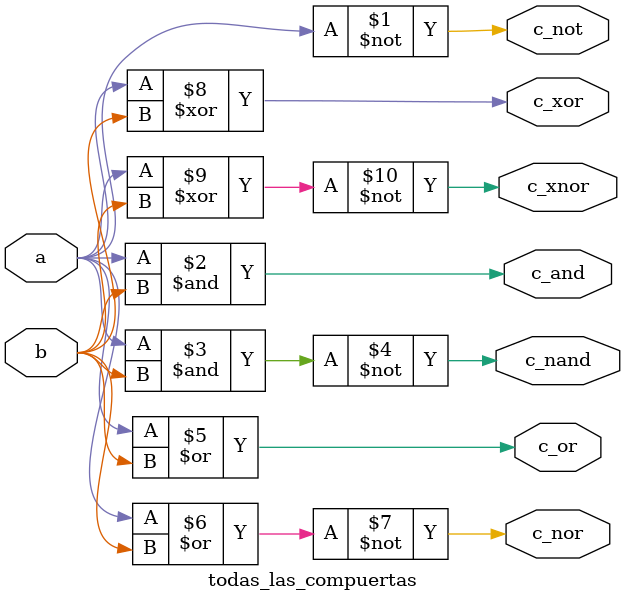
<source format=v>


module todas_las_compuertas(
    input a,
    input b,
    output c_not,   // Salida NOT (solo usa entrada a)
    output c_and,   // Salida AND
    output c_nand,  // Salida NAND
    output c_or,    // Salida OR
    output c_nor,   // Salida NOR
    output c_xor,   // Salida XOR
    output c_xnor   // Salida XNOR
);

    // 2.- Declarar señales/elementos internos
    // No se necesitan señales internas

    // 3.- Comportamiento del modulo (asignaciones continuas)
    assign c_not = ~a;          // Compuerta NOT (solo una entrada)
    assign c_and = a & b;       // Compuerta AND
    assign c_nand = ~(a & b);   // Compuerta NAND
    assign c_or = a | b;        // Compuerta OR
    assign c_nor = ~(a | b);    // Compuerta NOR
    assign c_xor = a ^ b;       // Compuerta XOR
    assign c_xnor = ~(a ^ b);   // Compuerta XNOR

endmodule // Termino de modulo

</source>
